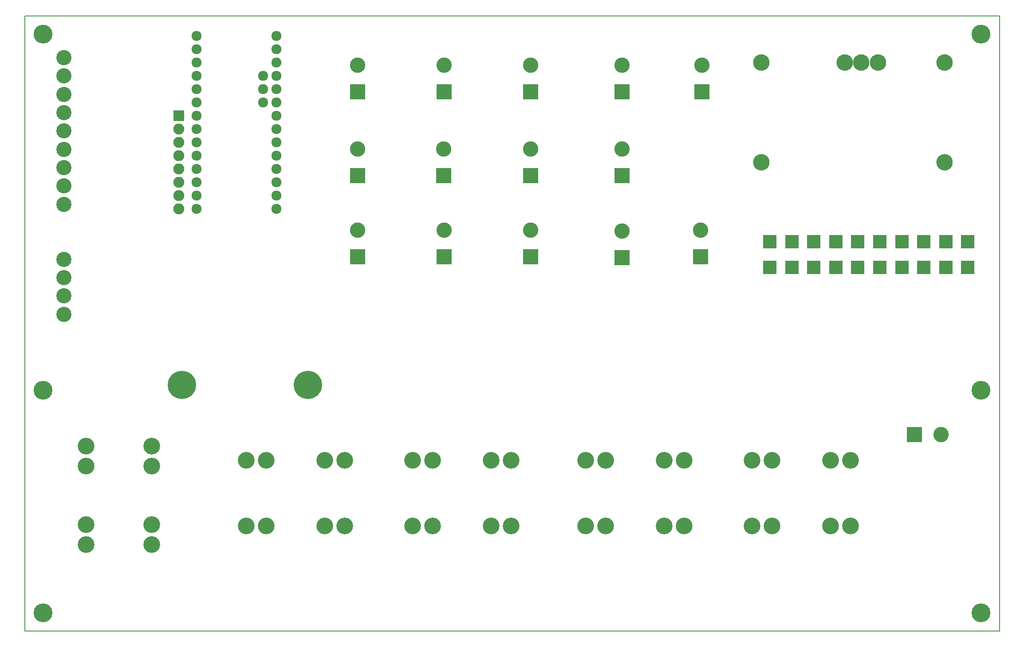
<source format=gbs>
G04 #@! TF.FileFunction,Soldermask,Bot*
%FSLAX46Y46*%
G04 Gerber Fmt 4.6, Leading zero omitted, Abs format (unit mm)*
G04 Created by KiCad (PCBNEW 4.0.4-stable) date 05/08/17 18:11:55*
%MOMM*%
%LPD*%
G01*
G04 APERTURE LIST*
%ADD10C,0.100000*%
%ADD11C,0.150000*%
%ADD12C,5.400000*%
%ADD13R,2.940000X2.940000*%
%ADD14C,2.940000*%
%ADD15C,3.600000*%
%ADD16O,1.924000X1.924000*%
%ADD17R,2.525980X2.525980*%
%ADD18C,3.200000*%
%ADD19C,2.900000*%
%ADD20R,2.100000X2.100000*%
%ADD21O,2.100000X2.100000*%
%ADD22C,3.150000*%
G04 APERTURE END LIST*
D10*
D11*
X192623000Y24538000D02*
X192623000Y142038000D01*
X6623000Y24538000D02*
X192623000Y24538000D01*
X6623000Y142038000D02*
X6623000Y24538000D01*
X192623000Y142038000D02*
X6623000Y142038000D01*
D12*
X60623000Y71538000D03*
D13*
X135623000Y95998000D03*
D14*
X135623000Y101078000D03*
D13*
X86623000Y95998000D03*
D14*
X86623000Y101078000D03*
D15*
X10123000Y70538000D03*
X189123000Y70538000D03*
D16*
X54668000Y105138000D03*
X39428000Y105138000D03*
X54668000Y110218000D03*
X54668000Y112758000D03*
X54668000Y107678000D03*
X39428000Y107678000D03*
X39428000Y110218000D03*
X54668000Y120378000D03*
X39428000Y112758000D03*
X54668000Y117838000D03*
X39428000Y115298000D03*
X54668000Y122918000D03*
X52123000Y127998000D03*
X54668000Y115298000D03*
X52123000Y130538000D03*
X54668000Y133078000D03*
X39428000Y120378000D03*
X52123000Y125458000D03*
X54668000Y138158000D03*
X54668000Y135618000D03*
X39428000Y122918000D03*
X39428000Y125458000D03*
X39428000Y138158000D03*
X39428000Y127998000D03*
X39428000Y117838000D03*
X39428000Y130538000D03*
X39428000Y133078000D03*
X39428000Y135618000D03*
X54668000Y127998000D03*
X54668000Y125458000D03*
X54668000Y130538000D03*
D17*
X186583560Y94001500D03*
X186583560Y98865600D03*
X182382400Y94001500D03*
X182382400Y98865600D03*
X178183780Y94001500D03*
X178183780Y98865600D03*
X173982620Y94001500D03*
X173982620Y98865600D03*
X169784000Y94001500D03*
X169784000Y98865600D03*
X165582840Y94001500D03*
X165582840Y98865600D03*
X161384220Y94001500D03*
X161384220Y98865600D03*
X157183060Y94001500D03*
X157183060Y98865600D03*
X152984440Y94001500D03*
X152984440Y98865600D03*
X148783280Y94001500D03*
X148788360Y98865600D03*
D18*
X113632847Y57136163D03*
X117432847Y57136163D03*
X113632847Y44636163D03*
X117432847Y44636163D03*
X128632847Y57136163D03*
X132432847Y57136163D03*
X128632847Y44636163D03*
X132432847Y44636163D03*
X48862847Y57136163D03*
X52662847Y57136163D03*
X48862847Y44636163D03*
X52662847Y44636163D03*
X63862847Y57136163D03*
X67662847Y57136163D03*
X63862847Y44636163D03*
X67662847Y44636163D03*
X80602847Y57136163D03*
X84402847Y57136163D03*
X80602847Y44636163D03*
X84402847Y44636163D03*
X95602847Y57136163D03*
X99402847Y57136163D03*
X95602847Y44636163D03*
X99402847Y44636163D03*
X145382847Y57136163D03*
X149182847Y57136163D03*
X145382847Y44636163D03*
X149182847Y44636163D03*
X160382847Y57136163D03*
X164182847Y57136163D03*
X160382847Y44636163D03*
X164182847Y44636163D03*
X18332847Y41066163D03*
X18332847Y44866163D03*
X30832847Y41066163D03*
X30832847Y44866163D03*
X18332847Y56066163D03*
X18332847Y59866163D03*
X30832847Y56066163D03*
X30832847Y59866163D03*
D13*
X176427000Y62077000D03*
D14*
X181507000Y62077000D03*
D13*
X86599000Y111532200D03*
D14*
X86599000Y116612200D03*
D13*
X135823000Y127498000D03*
D14*
X135823000Y132578000D03*
D13*
X120623000Y95876867D03*
D14*
X120623000Y100956867D03*
D13*
X70123000Y127498000D03*
D14*
X70123000Y132578000D03*
D13*
X70139800Y111506800D03*
D14*
X70139800Y116586800D03*
D13*
X120623000Y127498000D03*
D14*
X120623000Y132578000D03*
D13*
X103123000Y95998000D03*
D14*
X103123000Y101078000D03*
D13*
X86623000Y127498000D03*
D14*
X86623000Y132578000D03*
D13*
X103123000Y127498000D03*
D14*
X103123000Y132578000D03*
D19*
X14123000Y95538000D03*
X14123000Y92038000D03*
X14123000Y88538000D03*
X14123000Y85038000D03*
X14123000Y106038000D03*
X14123000Y109538000D03*
X14123000Y113038000D03*
X14123000Y116538000D03*
X14123000Y120038000D03*
X14123000Y123538000D03*
X14123000Y127038000D03*
X14123000Y130538000D03*
X14123000Y134038000D03*
D13*
X70123000Y95998000D03*
D14*
X70123000Y101078000D03*
D15*
X189123000Y138538000D03*
X189123000Y28038000D03*
X10123000Y28038000D03*
X10123000Y138538000D03*
D20*
X36003000Y122918000D03*
D21*
X36003000Y120378000D03*
X36003000Y117838000D03*
X36003000Y115298000D03*
X36003000Y112758000D03*
X36003000Y110218000D03*
X36003000Y107678000D03*
X36003000Y105138000D03*
D13*
X103123000Y111498000D03*
D14*
X103123000Y116578000D03*
D13*
X120623000Y111498000D03*
D14*
X120623000Y116578000D03*
D22*
X182123000Y114038000D03*
X147198000Y114038000D03*
X147198000Y133088000D03*
X182123000Y133088000D03*
X163073000Y133088000D03*
X166248000Y133088000D03*
X169423000Y133088000D03*
D12*
X36623000Y71538000D03*
M02*

</source>
